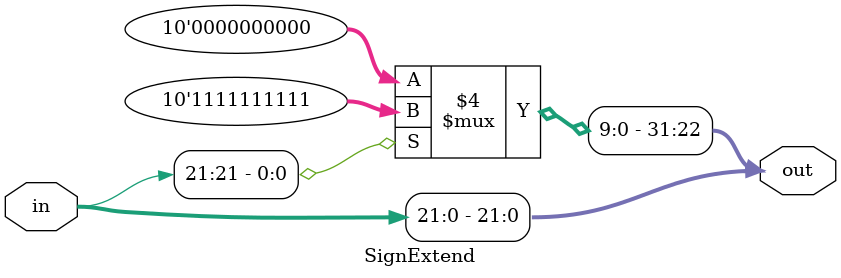
<source format=v>
module SignExtend(in, out);
input [21:0] in;
output reg [31:0] out;

always @(in) begin
	if (in[21] == 0) begin
		out[31:22] = 10'b0000000000;
	end else begin
		out[31:22] = 10'b1111111111;
	end
	out[21:0] = in;
end
endmodule
</source>
